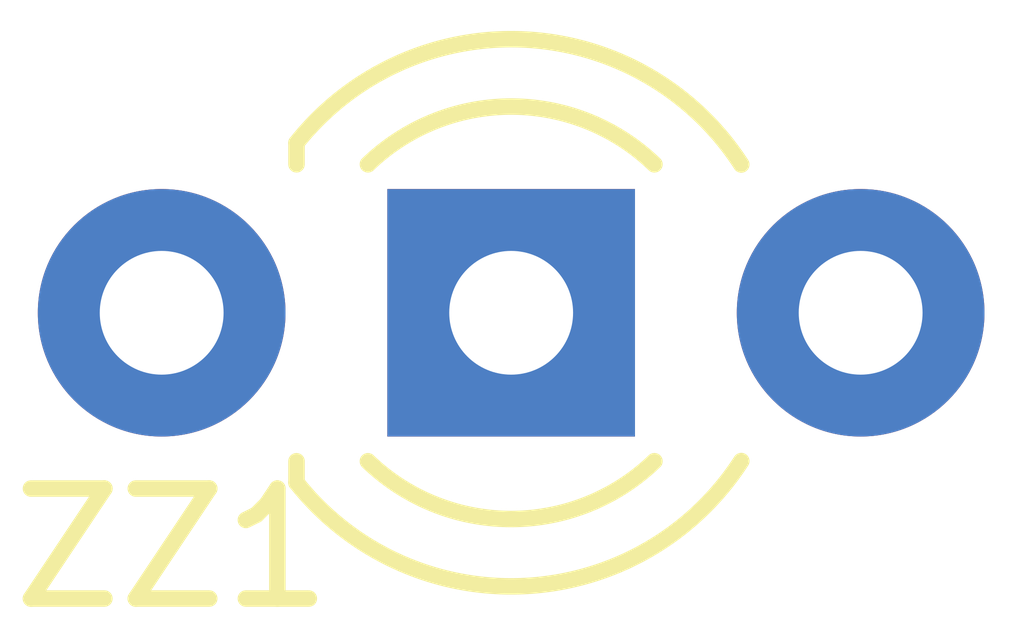
<source format=kicad_pcb>
(kicad_pcb (version 20171130) (host pcbnew "(5.1.9-0-10_14)")

  (general
    (thickness 1.6)
    (drawings 0)
    (tracks 0)
    (zones 0)
    (modules 1)
    (nets 4)
  )

  (page A4)
  (layers
    (0 F.Cu signal)
    (31 B.Cu signal)
    (32 B.Adhes user)
    (33 F.Adhes user)
    (34 B.Paste user)
    (35 F.Paste user)
    (36 B.SilkS user)
    (37 F.SilkS user)
    (38 B.Mask user)
    (39 F.Mask user)
    (40 Dwgs.User user)
    (41 Cmts.User user)
    (42 Eco1.User user)
    (43 Eco2.User user)
    (44 Edge.Cuts user)
    (45 Margin user)
    (46 B.CrtYd user hide)
    (47 F.CrtYd user)
    (48 B.Fab user hide)
    (49 F.Fab user hide)
  )

  (setup
    (last_trace_width 0.1524)
    (user_trace_width 0.1524)
    (user_trace_width 0.254)
    (user_trace_width 0.4064)
    (user_trace_width 0.635)
    (trace_clearance 0.1524)
    (zone_clearance 0.508)
    (zone_45_only no)
    (trace_min 0.1524)
    (via_size 0.6858)
    (via_drill 0.3048)
    (via_min_size 0.6858)
    (via_min_drill 0.3048)
    (uvia_size 0.3048)
    (uvia_drill 0.1524)
    (uvias_allowed no)
    (uvia_min_size 0.2)
    (uvia_min_drill 0.1)
    (edge_width 0.15)
    (segment_width 0.15)
    (pcb_text_width 0.3)
    (pcb_text_size 1.5 1.5)
    (mod_edge_width 0.15)
    (mod_text_size 1 1)
    (mod_text_width 0.15)
    (pad_size 1.8 1.8)
    (pad_drill 0.9)
    (pad_to_mask_clearance 0.2)
    (aux_axis_origin 0 0)
    (visible_elements FFFFFF7F)
    (pcbplotparams
      (layerselection 0x010fc_ffffffff)
      (usegerberextensions false)
      (usegerberattributes false)
      (usegerberadvancedattributes false)
      (creategerberjobfile false)
      (excludeedgelayer true)
      (linewidth 0.100000)
      (plotframeref false)
      (viasonmask false)
      (mode 1)
      (useauxorigin false)
      (hpglpennumber 1)
      (hpglpenspeed 20)
      (hpglpendiameter 15.000000)
      (psnegative false)
      (psa4output false)
      (plotreference true)
      (plotvalue true)
      (plotinvisibletext false)
      (padsonsilk false)
      (subtractmaskfromsilk false)
      (outputformat 1)
      (mirror false)
      (drillshape 1)
      (scaleselection 1)
      (outputdirectory ""))
  )

  (net 0 "")
  (net 1 GND)
  (net 2 "Net-(Pin0-Pad1)")
  (net 3 "Net-(Pin1-Pad1)")

  (net_class Default "This is the default net class."
    (clearance 0.1524)
    (trace_width 0.1524)
    (via_dia 0.6858)
    (via_drill 0.3048)
    (uvia_dia 0.3048)
    (uvia_drill 0.1524)
    (diff_pair_width 0.1524)
    (diff_pair_gap 0.1524)
    (add_net GND)
    (add_net "Net-(Pin0-Pad1)")
    (add_net "Net-(Pin1-Pad1)")
  )

  (module LED_THT:LED_D3.0mm-3 locked (layer F.Cu) (tedit 608ACF00) (tstamp 608ACF3E)
    (at -2.54 0)
    (descr "LED, diameter 3.0mm, 2 pins, diameter 3.0mm, 3 pins, http://www.kingbright.com/attachments/file/psearch/000/00/00/L-3VSURKCGKC(Ver.8A).pdf")
    (tags "LED diameter 3.0mm 2 pins diameter 3.0mm 3 pins")
    (path /5FD639C8)
    (fp_text reference ZZ1 (at -1.143 1.7145) (layer F.SilkS)
      (effects (font (size 0.8 0.8) (thickness 0.12)) (justify left))
    )
    (fp_text value LED_Dual_ACA (at 2.54 2.96) (layer F.Fab)
      (effects (font (size 1 1) (thickness 0.15)))
    )
    (fp_circle (center 2.54 0) (end 4.04 0) (layer F.Fab) (width 0.1))
    (fp_line (start 1.04 -1.16619) (end 1.04 1.16619) (layer F.Fab) (width 0.1))
    (fp_line (start 0.98 -1.236) (end 0.98 -1.08) (layer F.SilkS) (width 0.12))
    (fp_line (start 0.98 1.08) (end 0.98 1.236) (layer F.SilkS) (width 0.12))
    (fp_line (start -1.15 -2.25) (end -1.15 2.25) (layer F.CrtYd) (width 0.05))
    (fp_line (start -1.15 2.25) (end 6.25 2.25) (layer F.CrtYd) (width 0.05))
    (fp_line (start 6.25 2.25) (end 6.25 -2.25) (layer F.CrtYd) (width 0.05))
    (fp_line (start 6.25 -2.25) (end -1.15 -2.25) (layer F.CrtYd) (width 0.05))
    (fp_arc (start 2.54 0) (end 1.04 -1.16619) (angle 284.3) (layer F.Fab) (width 0.1))
    (fp_arc (start 2.54 0) (end 0.98 -1.235516) (angle 108.8) (layer F.SilkS) (width 0.12))
    (fp_arc (start 2.54 0) (end 0.98 1.235516) (angle -108.8) (layer F.SilkS) (width 0.12))
    (fp_arc (start 2.54 0) (end 1.499039 -1.08) (angle 87.9) (layer F.SilkS) (width 0.12))
    (fp_arc (start 2.54 0) (end 1.499039 1.08) (angle -87.9) (layer F.SilkS) (width 0.12))
    (pad 1 thru_hole circle (at 0 0) (size 1.8 1.8) (drill 0.9) (layers *.Cu *.Mask)
      (net 2 "Net-(Pin0-Pad1)"))
    (pad 2 thru_hole rect (at 2.54 0) (size 1.8 1.8) (drill 0.9) (layers *.Cu *.Mask)
      (net 1 GND))
    (pad 3 thru_hole circle (at 5.08 0) (size 1.8 1.8) (drill 0.9) (layers *.Cu *.Mask)
      (net 3 "Net-(Pin1-Pad1)"))
    (model ${KISYS3DMOD}/LED_THT.3dshapes/LED_D3.0mm-3.wrl
      (at (xyz 0 0 0))
      (scale (xyz 1 1 1))
      (rotate (xyz 0 0 0))
    )
  )

)

</source>
